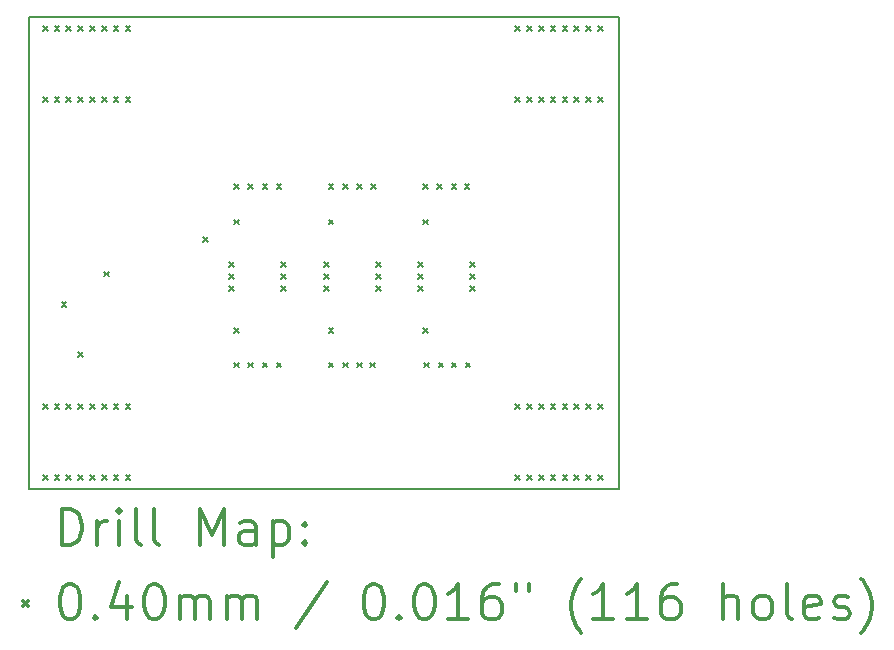
<source format=gbr>
%FSLAX45Y45*%
G04 Gerber Fmt 4.5, Leading zero omitted, Abs format (unit mm)*
G04 Created by KiCad (PCBNEW no-vcs-found) date Fri Oct  6 12:40:16 2017*
%MOMM*%
%LPD*%
G01*
G04 APERTURE LIST*
%ADD10C,0.150000*%
%ADD11C,0.200000*%
%ADD12C,0.300000*%
G04 APERTURE END LIST*
D10*
X15000000Y-14000000D02*
X15000000Y-10000000D01*
X10000000Y-14000000D02*
X15000000Y-14000000D01*
X10000000Y-10000000D02*
X10000000Y-14000000D01*
X10000000Y-10000000D02*
X15000000Y-10000000D01*
D11*
X10120000Y-10080000D02*
X10160000Y-10120000D01*
X10160000Y-10080000D02*
X10120000Y-10120000D01*
X10120000Y-10680000D02*
X10160000Y-10720000D01*
X10160000Y-10680000D02*
X10120000Y-10720000D01*
X10120000Y-13280000D02*
X10160000Y-13320000D01*
X10160000Y-13280000D02*
X10120000Y-13320000D01*
X10120000Y-13880000D02*
X10160000Y-13920000D01*
X10160000Y-13880000D02*
X10120000Y-13920000D01*
X10220000Y-10080000D02*
X10260000Y-10120000D01*
X10260000Y-10080000D02*
X10220000Y-10120000D01*
X10220000Y-10680000D02*
X10260000Y-10720000D01*
X10260000Y-10680000D02*
X10220000Y-10720000D01*
X10220000Y-13280000D02*
X10260000Y-13320000D01*
X10260000Y-13280000D02*
X10220000Y-13320000D01*
X10220000Y-13880000D02*
X10260000Y-13920000D01*
X10260000Y-13880000D02*
X10220000Y-13920000D01*
X10280000Y-12420000D02*
X10320000Y-12460000D01*
X10320000Y-12420000D02*
X10280000Y-12460000D01*
X10320000Y-10080000D02*
X10360000Y-10120000D01*
X10360000Y-10080000D02*
X10320000Y-10120000D01*
X10320000Y-10680000D02*
X10360000Y-10720000D01*
X10360000Y-10680000D02*
X10320000Y-10720000D01*
X10320000Y-13280000D02*
X10360000Y-13320000D01*
X10360000Y-13280000D02*
X10320000Y-13320000D01*
X10320000Y-13880000D02*
X10360000Y-13920000D01*
X10360000Y-13880000D02*
X10320000Y-13920000D01*
X10420000Y-10080000D02*
X10460000Y-10120000D01*
X10460000Y-10080000D02*
X10420000Y-10120000D01*
X10420000Y-10680000D02*
X10460000Y-10720000D01*
X10460000Y-10680000D02*
X10420000Y-10720000D01*
X10420000Y-12840000D02*
X10460000Y-12880000D01*
X10460000Y-12840000D02*
X10420000Y-12880000D01*
X10420000Y-13280000D02*
X10460000Y-13320000D01*
X10460000Y-13280000D02*
X10420000Y-13320000D01*
X10420000Y-13880000D02*
X10460000Y-13920000D01*
X10460000Y-13880000D02*
X10420000Y-13920000D01*
X10520000Y-10080000D02*
X10560000Y-10120000D01*
X10560000Y-10080000D02*
X10520000Y-10120000D01*
X10520000Y-10680000D02*
X10560000Y-10720000D01*
X10560000Y-10680000D02*
X10520000Y-10720000D01*
X10520000Y-13280000D02*
X10560000Y-13320000D01*
X10560000Y-13280000D02*
X10520000Y-13320000D01*
X10520000Y-13880000D02*
X10560000Y-13920000D01*
X10560000Y-13880000D02*
X10520000Y-13920000D01*
X10620000Y-10080000D02*
X10660000Y-10120000D01*
X10660000Y-10080000D02*
X10620000Y-10120000D01*
X10620000Y-10680000D02*
X10660000Y-10720000D01*
X10660000Y-10680000D02*
X10620000Y-10720000D01*
X10620000Y-13280000D02*
X10660000Y-13320000D01*
X10660000Y-13280000D02*
X10620000Y-13320000D01*
X10620000Y-13880000D02*
X10660000Y-13920000D01*
X10660000Y-13880000D02*
X10620000Y-13920000D01*
X10640000Y-12160000D02*
X10680000Y-12200000D01*
X10680000Y-12160000D02*
X10640000Y-12200000D01*
X10720000Y-10080000D02*
X10760000Y-10120000D01*
X10760000Y-10080000D02*
X10720000Y-10120000D01*
X10720000Y-10680000D02*
X10760000Y-10720000D01*
X10760000Y-10680000D02*
X10720000Y-10720000D01*
X10720000Y-13280000D02*
X10760000Y-13320000D01*
X10760000Y-13280000D02*
X10720000Y-13320000D01*
X10720000Y-13880000D02*
X10760000Y-13920000D01*
X10760000Y-13880000D02*
X10720000Y-13920000D01*
X10820000Y-10080000D02*
X10860000Y-10120000D01*
X10860000Y-10080000D02*
X10820000Y-10120000D01*
X10820000Y-10680000D02*
X10860000Y-10720000D01*
X10860000Y-10680000D02*
X10820000Y-10720000D01*
X10820000Y-13280000D02*
X10860000Y-13320000D01*
X10860000Y-13280000D02*
X10820000Y-13320000D01*
X10820000Y-13880000D02*
X10860000Y-13920000D01*
X10860000Y-13880000D02*
X10820000Y-13920000D01*
X11480000Y-11870000D02*
X11520000Y-11910000D01*
X11520000Y-11870000D02*
X11480000Y-11910000D01*
X11700000Y-12080000D02*
X11740000Y-12120000D01*
X11740000Y-12080000D02*
X11700000Y-12120000D01*
X11700000Y-12180000D02*
X11740000Y-12220000D01*
X11740000Y-12180000D02*
X11700000Y-12220000D01*
X11700000Y-12280000D02*
X11740000Y-12320000D01*
X11740000Y-12280000D02*
X11700000Y-12320000D01*
X11740000Y-11420000D02*
X11780000Y-11460000D01*
X11780000Y-11420000D02*
X11740000Y-11460000D01*
X11740000Y-11720000D02*
X11780000Y-11760000D01*
X11780000Y-11720000D02*
X11740000Y-11760000D01*
X11740000Y-12640000D02*
X11780000Y-12680000D01*
X11780000Y-12640000D02*
X11740000Y-12680000D01*
X11740000Y-12930000D02*
X11780000Y-12970000D01*
X11780000Y-12930000D02*
X11740000Y-12970000D01*
X11860000Y-11420000D02*
X11900000Y-11460000D01*
X11900000Y-11420000D02*
X11860000Y-11460000D01*
X11860000Y-12930000D02*
X11900000Y-12970000D01*
X11900000Y-12930000D02*
X11860000Y-12970000D01*
X11980000Y-11420000D02*
X12020000Y-11460000D01*
X12020000Y-11420000D02*
X11980000Y-11460000D01*
X11980000Y-12930000D02*
X12020000Y-12970000D01*
X12020000Y-12930000D02*
X11980000Y-12970000D01*
X12100000Y-11420000D02*
X12140000Y-11460000D01*
X12140000Y-11420000D02*
X12100000Y-11460000D01*
X12100000Y-12930000D02*
X12140000Y-12970000D01*
X12140000Y-12930000D02*
X12100000Y-12970000D01*
X12140000Y-12080000D02*
X12180000Y-12120000D01*
X12180000Y-12080000D02*
X12140000Y-12120000D01*
X12140000Y-12180000D02*
X12180000Y-12220000D01*
X12180000Y-12180000D02*
X12140000Y-12220000D01*
X12140000Y-12280000D02*
X12180000Y-12320000D01*
X12180000Y-12280000D02*
X12140000Y-12320000D01*
X12500000Y-12080000D02*
X12540000Y-12120000D01*
X12540000Y-12080000D02*
X12500000Y-12120000D01*
X12500000Y-12180000D02*
X12540000Y-12220000D01*
X12540000Y-12180000D02*
X12500000Y-12220000D01*
X12500000Y-12280000D02*
X12540000Y-12320000D01*
X12540000Y-12280000D02*
X12500000Y-12320000D01*
X12540000Y-11420000D02*
X12580000Y-11460000D01*
X12580000Y-11420000D02*
X12540000Y-11460000D01*
X12540000Y-11720000D02*
X12580000Y-11760000D01*
X12580000Y-11720000D02*
X12540000Y-11760000D01*
X12540000Y-12640000D02*
X12580000Y-12680000D01*
X12580000Y-12640000D02*
X12540000Y-12680000D01*
X12540000Y-12930000D02*
X12580000Y-12970000D01*
X12580000Y-12930000D02*
X12540000Y-12970000D01*
X12660000Y-11420000D02*
X12700000Y-11460000D01*
X12700000Y-11420000D02*
X12660000Y-11460000D01*
X12660000Y-12930000D02*
X12700000Y-12970000D01*
X12700000Y-12930000D02*
X12660000Y-12970000D01*
X12780000Y-11420000D02*
X12820000Y-11460000D01*
X12820000Y-11420000D02*
X12780000Y-11460000D01*
X12780000Y-12930000D02*
X12820000Y-12970000D01*
X12820000Y-12930000D02*
X12780000Y-12970000D01*
X12890000Y-12930000D02*
X12930000Y-12970000D01*
X12930000Y-12930000D02*
X12890000Y-12970000D01*
X12900000Y-11420000D02*
X12940000Y-11460000D01*
X12940000Y-11420000D02*
X12900000Y-11460000D01*
X12940000Y-12080000D02*
X12980000Y-12120000D01*
X12980000Y-12080000D02*
X12940000Y-12120000D01*
X12940000Y-12180000D02*
X12980000Y-12220000D01*
X12980000Y-12180000D02*
X12940000Y-12220000D01*
X12940000Y-12280000D02*
X12980000Y-12320000D01*
X12980000Y-12280000D02*
X12940000Y-12320000D01*
X13300000Y-12080000D02*
X13340000Y-12120000D01*
X13340000Y-12080000D02*
X13300000Y-12120000D01*
X13300000Y-12180000D02*
X13340000Y-12220000D01*
X13340000Y-12180000D02*
X13300000Y-12220000D01*
X13300000Y-12280000D02*
X13340000Y-12320000D01*
X13340000Y-12280000D02*
X13300000Y-12320000D01*
X13340000Y-11420000D02*
X13380000Y-11460000D01*
X13380000Y-11420000D02*
X13340000Y-11460000D01*
X13340000Y-11720000D02*
X13380000Y-11760000D01*
X13380000Y-11720000D02*
X13340000Y-11760000D01*
X13340000Y-12640000D02*
X13380000Y-12680000D01*
X13380000Y-12640000D02*
X13340000Y-12680000D01*
X13350000Y-12930000D02*
X13390000Y-12970000D01*
X13390000Y-12930000D02*
X13350000Y-12970000D01*
X13460000Y-11420000D02*
X13500000Y-11460000D01*
X13500000Y-11420000D02*
X13460000Y-11460000D01*
X13470000Y-12930000D02*
X13510000Y-12970000D01*
X13510000Y-12930000D02*
X13470000Y-12970000D01*
X13580000Y-11420000D02*
X13620000Y-11460000D01*
X13620000Y-11420000D02*
X13580000Y-11460000D01*
X13580000Y-12930000D02*
X13620000Y-12970000D01*
X13620000Y-12930000D02*
X13580000Y-12970000D01*
X13690000Y-11420000D02*
X13730000Y-11460000D01*
X13730000Y-11420000D02*
X13690000Y-11460000D01*
X13700000Y-12930000D02*
X13740000Y-12970000D01*
X13740000Y-12930000D02*
X13700000Y-12970000D01*
X13740000Y-12080000D02*
X13780000Y-12120000D01*
X13780000Y-12080000D02*
X13740000Y-12120000D01*
X13740000Y-12180000D02*
X13780000Y-12220000D01*
X13780000Y-12180000D02*
X13740000Y-12220000D01*
X13740000Y-12280000D02*
X13780000Y-12320000D01*
X13780000Y-12280000D02*
X13740000Y-12320000D01*
X14120000Y-10080000D02*
X14160000Y-10120000D01*
X14160000Y-10080000D02*
X14120000Y-10120000D01*
X14120000Y-10680000D02*
X14160000Y-10720000D01*
X14160000Y-10680000D02*
X14120000Y-10720000D01*
X14120000Y-13280000D02*
X14160000Y-13320000D01*
X14160000Y-13280000D02*
X14120000Y-13320000D01*
X14120000Y-13880000D02*
X14160000Y-13920000D01*
X14160000Y-13880000D02*
X14120000Y-13920000D01*
X14220000Y-10080000D02*
X14260000Y-10120000D01*
X14260000Y-10080000D02*
X14220000Y-10120000D01*
X14220000Y-10680000D02*
X14260000Y-10720000D01*
X14260000Y-10680000D02*
X14220000Y-10720000D01*
X14220000Y-13280000D02*
X14260000Y-13320000D01*
X14260000Y-13280000D02*
X14220000Y-13320000D01*
X14220000Y-13880000D02*
X14260000Y-13920000D01*
X14260000Y-13880000D02*
X14220000Y-13920000D01*
X14320000Y-10080000D02*
X14360000Y-10120000D01*
X14360000Y-10080000D02*
X14320000Y-10120000D01*
X14320000Y-10680000D02*
X14360000Y-10720000D01*
X14360000Y-10680000D02*
X14320000Y-10720000D01*
X14320000Y-13280000D02*
X14360000Y-13320000D01*
X14360000Y-13280000D02*
X14320000Y-13320000D01*
X14320000Y-13880000D02*
X14360000Y-13920000D01*
X14360000Y-13880000D02*
X14320000Y-13920000D01*
X14420000Y-10080000D02*
X14460000Y-10120000D01*
X14460000Y-10080000D02*
X14420000Y-10120000D01*
X14420000Y-10680000D02*
X14460000Y-10720000D01*
X14460000Y-10680000D02*
X14420000Y-10720000D01*
X14420000Y-13280000D02*
X14460000Y-13320000D01*
X14460000Y-13280000D02*
X14420000Y-13320000D01*
X14420000Y-13880000D02*
X14460000Y-13920000D01*
X14460000Y-13880000D02*
X14420000Y-13920000D01*
X14520000Y-10080000D02*
X14560000Y-10120000D01*
X14560000Y-10080000D02*
X14520000Y-10120000D01*
X14520000Y-10680000D02*
X14560000Y-10720000D01*
X14560000Y-10680000D02*
X14520000Y-10720000D01*
X14520000Y-13280000D02*
X14560000Y-13320000D01*
X14560000Y-13280000D02*
X14520000Y-13320000D01*
X14520000Y-13880000D02*
X14560000Y-13920000D01*
X14560000Y-13880000D02*
X14520000Y-13920000D01*
X14620000Y-10080000D02*
X14660000Y-10120000D01*
X14660000Y-10080000D02*
X14620000Y-10120000D01*
X14620000Y-10680000D02*
X14660000Y-10720000D01*
X14660000Y-10680000D02*
X14620000Y-10720000D01*
X14620000Y-13280000D02*
X14660000Y-13320000D01*
X14660000Y-13280000D02*
X14620000Y-13320000D01*
X14620000Y-13880000D02*
X14660000Y-13920000D01*
X14660000Y-13880000D02*
X14620000Y-13920000D01*
X14720000Y-10080000D02*
X14760000Y-10120000D01*
X14760000Y-10080000D02*
X14720000Y-10120000D01*
X14720000Y-10680000D02*
X14760000Y-10720000D01*
X14760000Y-10680000D02*
X14720000Y-10720000D01*
X14720000Y-13280000D02*
X14760000Y-13320000D01*
X14760000Y-13280000D02*
X14720000Y-13320000D01*
X14720000Y-13880000D02*
X14760000Y-13920000D01*
X14760000Y-13880000D02*
X14720000Y-13920000D01*
X14820000Y-10080000D02*
X14860000Y-10120000D01*
X14860000Y-10080000D02*
X14820000Y-10120000D01*
X14820000Y-10680000D02*
X14860000Y-10720000D01*
X14860000Y-10680000D02*
X14820000Y-10720000D01*
X14820000Y-13280000D02*
X14860000Y-13320000D01*
X14860000Y-13280000D02*
X14820000Y-13320000D01*
X14820000Y-13880000D02*
X14860000Y-13920000D01*
X14860000Y-13880000D02*
X14820000Y-13920000D01*
D12*
X10278928Y-14473214D02*
X10278928Y-14173214D01*
X10350357Y-14173214D01*
X10393214Y-14187500D01*
X10421786Y-14216071D01*
X10436071Y-14244643D01*
X10450357Y-14301786D01*
X10450357Y-14344643D01*
X10436071Y-14401786D01*
X10421786Y-14430357D01*
X10393214Y-14458929D01*
X10350357Y-14473214D01*
X10278928Y-14473214D01*
X10578928Y-14473214D02*
X10578928Y-14273214D01*
X10578928Y-14330357D02*
X10593214Y-14301786D01*
X10607500Y-14287500D01*
X10636071Y-14273214D01*
X10664643Y-14273214D01*
X10764643Y-14473214D02*
X10764643Y-14273214D01*
X10764643Y-14173214D02*
X10750357Y-14187500D01*
X10764643Y-14201786D01*
X10778928Y-14187500D01*
X10764643Y-14173214D01*
X10764643Y-14201786D01*
X10950357Y-14473214D02*
X10921786Y-14458929D01*
X10907500Y-14430357D01*
X10907500Y-14173214D01*
X11107500Y-14473214D02*
X11078928Y-14458929D01*
X11064643Y-14430357D01*
X11064643Y-14173214D01*
X11450357Y-14473214D02*
X11450357Y-14173214D01*
X11550357Y-14387500D01*
X11650357Y-14173214D01*
X11650357Y-14473214D01*
X11921786Y-14473214D02*
X11921786Y-14316071D01*
X11907500Y-14287500D01*
X11878928Y-14273214D01*
X11821786Y-14273214D01*
X11793214Y-14287500D01*
X11921786Y-14458929D02*
X11893214Y-14473214D01*
X11821786Y-14473214D01*
X11793214Y-14458929D01*
X11778928Y-14430357D01*
X11778928Y-14401786D01*
X11793214Y-14373214D01*
X11821786Y-14358929D01*
X11893214Y-14358929D01*
X11921786Y-14344643D01*
X12064643Y-14273214D02*
X12064643Y-14573214D01*
X12064643Y-14287500D02*
X12093214Y-14273214D01*
X12150357Y-14273214D01*
X12178928Y-14287500D01*
X12193214Y-14301786D01*
X12207500Y-14330357D01*
X12207500Y-14416071D01*
X12193214Y-14444643D01*
X12178928Y-14458929D01*
X12150357Y-14473214D01*
X12093214Y-14473214D01*
X12064643Y-14458929D01*
X12336071Y-14444643D02*
X12350357Y-14458929D01*
X12336071Y-14473214D01*
X12321786Y-14458929D01*
X12336071Y-14444643D01*
X12336071Y-14473214D01*
X12336071Y-14287500D02*
X12350357Y-14301786D01*
X12336071Y-14316071D01*
X12321786Y-14301786D01*
X12336071Y-14287500D01*
X12336071Y-14316071D01*
X9952500Y-14947500D02*
X9992500Y-14987500D01*
X9992500Y-14947500D02*
X9952500Y-14987500D01*
X10336071Y-14803214D02*
X10364643Y-14803214D01*
X10393214Y-14817500D01*
X10407500Y-14831786D01*
X10421786Y-14860357D01*
X10436071Y-14917500D01*
X10436071Y-14988929D01*
X10421786Y-15046071D01*
X10407500Y-15074643D01*
X10393214Y-15088929D01*
X10364643Y-15103214D01*
X10336071Y-15103214D01*
X10307500Y-15088929D01*
X10293214Y-15074643D01*
X10278928Y-15046071D01*
X10264643Y-14988929D01*
X10264643Y-14917500D01*
X10278928Y-14860357D01*
X10293214Y-14831786D01*
X10307500Y-14817500D01*
X10336071Y-14803214D01*
X10564643Y-15074643D02*
X10578928Y-15088929D01*
X10564643Y-15103214D01*
X10550357Y-15088929D01*
X10564643Y-15074643D01*
X10564643Y-15103214D01*
X10836071Y-14903214D02*
X10836071Y-15103214D01*
X10764643Y-14788929D02*
X10693214Y-15003214D01*
X10878928Y-15003214D01*
X11050357Y-14803214D02*
X11078928Y-14803214D01*
X11107500Y-14817500D01*
X11121786Y-14831786D01*
X11136071Y-14860357D01*
X11150357Y-14917500D01*
X11150357Y-14988929D01*
X11136071Y-15046071D01*
X11121786Y-15074643D01*
X11107500Y-15088929D01*
X11078928Y-15103214D01*
X11050357Y-15103214D01*
X11021786Y-15088929D01*
X11007500Y-15074643D01*
X10993214Y-15046071D01*
X10978928Y-14988929D01*
X10978928Y-14917500D01*
X10993214Y-14860357D01*
X11007500Y-14831786D01*
X11021786Y-14817500D01*
X11050357Y-14803214D01*
X11278928Y-15103214D02*
X11278928Y-14903214D01*
X11278928Y-14931786D02*
X11293214Y-14917500D01*
X11321786Y-14903214D01*
X11364643Y-14903214D01*
X11393214Y-14917500D01*
X11407500Y-14946071D01*
X11407500Y-15103214D01*
X11407500Y-14946071D02*
X11421786Y-14917500D01*
X11450357Y-14903214D01*
X11493214Y-14903214D01*
X11521786Y-14917500D01*
X11536071Y-14946071D01*
X11536071Y-15103214D01*
X11678928Y-15103214D02*
X11678928Y-14903214D01*
X11678928Y-14931786D02*
X11693214Y-14917500D01*
X11721786Y-14903214D01*
X11764643Y-14903214D01*
X11793214Y-14917500D01*
X11807500Y-14946071D01*
X11807500Y-15103214D01*
X11807500Y-14946071D02*
X11821786Y-14917500D01*
X11850357Y-14903214D01*
X11893214Y-14903214D01*
X11921786Y-14917500D01*
X11936071Y-14946071D01*
X11936071Y-15103214D01*
X12521786Y-14788929D02*
X12264643Y-15174643D01*
X12907500Y-14803214D02*
X12936071Y-14803214D01*
X12964643Y-14817500D01*
X12978928Y-14831786D01*
X12993214Y-14860357D01*
X13007500Y-14917500D01*
X13007500Y-14988929D01*
X12993214Y-15046071D01*
X12978928Y-15074643D01*
X12964643Y-15088929D01*
X12936071Y-15103214D01*
X12907500Y-15103214D01*
X12878928Y-15088929D01*
X12864643Y-15074643D01*
X12850357Y-15046071D01*
X12836071Y-14988929D01*
X12836071Y-14917500D01*
X12850357Y-14860357D01*
X12864643Y-14831786D01*
X12878928Y-14817500D01*
X12907500Y-14803214D01*
X13136071Y-15074643D02*
X13150357Y-15088929D01*
X13136071Y-15103214D01*
X13121786Y-15088929D01*
X13136071Y-15074643D01*
X13136071Y-15103214D01*
X13336071Y-14803214D02*
X13364643Y-14803214D01*
X13393214Y-14817500D01*
X13407500Y-14831786D01*
X13421786Y-14860357D01*
X13436071Y-14917500D01*
X13436071Y-14988929D01*
X13421786Y-15046071D01*
X13407500Y-15074643D01*
X13393214Y-15088929D01*
X13364643Y-15103214D01*
X13336071Y-15103214D01*
X13307500Y-15088929D01*
X13293214Y-15074643D01*
X13278928Y-15046071D01*
X13264643Y-14988929D01*
X13264643Y-14917500D01*
X13278928Y-14860357D01*
X13293214Y-14831786D01*
X13307500Y-14817500D01*
X13336071Y-14803214D01*
X13721786Y-15103214D02*
X13550357Y-15103214D01*
X13636071Y-15103214D02*
X13636071Y-14803214D01*
X13607500Y-14846071D01*
X13578928Y-14874643D01*
X13550357Y-14888929D01*
X13978928Y-14803214D02*
X13921786Y-14803214D01*
X13893214Y-14817500D01*
X13878928Y-14831786D01*
X13850357Y-14874643D01*
X13836071Y-14931786D01*
X13836071Y-15046071D01*
X13850357Y-15074643D01*
X13864643Y-15088929D01*
X13893214Y-15103214D01*
X13950357Y-15103214D01*
X13978928Y-15088929D01*
X13993214Y-15074643D01*
X14007500Y-15046071D01*
X14007500Y-14974643D01*
X13993214Y-14946071D01*
X13978928Y-14931786D01*
X13950357Y-14917500D01*
X13893214Y-14917500D01*
X13864643Y-14931786D01*
X13850357Y-14946071D01*
X13836071Y-14974643D01*
X14121786Y-14803214D02*
X14121786Y-14860357D01*
X14236071Y-14803214D02*
X14236071Y-14860357D01*
X14678928Y-15217500D02*
X14664643Y-15203214D01*
X14636071Y-15160357D01*
X14621786Y-15131786D01*
X14607500Y-15088929D01*
X14593214Y-15017500D01*
X14593214Y-14960357D01*
X14607500Y-14888929D01*
X14621786Y-14846071D01*
X14636071Y-14817500D01*
X14664643Y-14774643D01*
X14678928Y-14760357D01*
X14950357Y-15103214D02*
X14778928Y-15103214D01*
X14864643Y-15103214D02*
X14864643Y-14803214D01*
X14836071Y-14846071D01*
X14807500Y-14874643D01*
X14778928Y-14888929D01*
X15236071Y-15103214D02*
X15064643Y-15103214D01*
X15150357Y-15103214D02*
X15150357Y-14803214D01*
X15121786Y-14846071D01*
X15093214Y-14874643D01*
X15064643Y-14888929D01*
X15493214Y-14803214D02*
X15436071Y-14803214D01*
X15407500Y-14817500D01*
X15393214Y-14831786D01*
X15364643Y-14874643D01*
X15350357Y-14931786D01*
X15350357Y-15046071D01*
X15364643Y-15074643D01*
X15378928Y-15088929D01*
X15407500Y-15103214D01*
X15464643Y-15103214D01*
X15493214Y-15088929D01*
X15507500Y-15074643D01*
X15521786Y-15046071D01*
X15521786Y-14974643D01*
X15507500Y-14946071D01*
X15493214Y-14931786D01*
X15464643Y-14917500D01*
X15407500Y-14917500D01*
X15378928Y-14931786D01*
X15364643Y-14946071D01*
X15350357Y-14974643D01*
X15878928Y-15103214D02*
X15878928Y-14803214D01*
X16007500Y-15103214D02*
X16007500Y-14946071D01*
X15993214Y-14917500D01*
X15964643Y-14903214D01*
X15921786Y-14903214D01*
X15893214Y-14917500D01*
X15878928Y-14931786D01*
X16193214Y-15103214D02*
X16164643Y-15088929D01*
X16150357Y-15074643D01*
X16136071Y-15046071D01*
X16136071Y-14960357D01*
X16150357Y-14931786D01*
X16164643Y-14917500D01*
X16193214Y-14903214D01*
X16236071Y-14903214D01*
X16264643Y-14917500D01*
X16278928Y-14931786D01*
X16293214Y-14960357D01*
X16293214Y-15046071D01*
X16278928Y-15074643D01*
X16264643Y-15088929D01*
X16236071Y-15103214D01*
X16193214Y-15103214D01*
X16464643Y-15103214D02*
X16436071Y-15088929D01*
X16421786Y-15060357D01*
X16421786Y-14803214D01*
X16693214Y-15088929D02*
X16664643Y-15103214D01*
X16607500Y-15103214D01*
X16578928Y-15088929D01*
X16564643Y-15060357D01*
X16564643Y-14946071D01*
X16578928Y-14917500D01*
X16607500Y-14903214D01*
X16664643Y-14903214D01*
X16693214Y-14917500D01*
X16707500Y-14946071D01*
X16707500Y-14974643D01*
X16564643Y-15003214D01*
X16821786Y-15088929D02*
X16850357Y-15103214D01*
X16907500Y-15103214D01*
X16936071Y-15088929D01*
X16950357Y-15060357D01*
X16950357Y-15046071D01*
X16936071Y-15017500D01*
X16907500Y-15003214D01*
X16864643Y-15003214D01*
X16836071Y-14988929D01*
X16821786Y-14960357D01*
X16821786Y-14946071D01*
X16836071Y-14917500D01*
X16864643Y-14903214D01*
X16907500Y-14903214D01*
X16936071Y-14917500D01*
X17050357Y-15217500D02*
X17064643Y-15203214D01*
X17093214Y-15160357D01*
X17107500Y-15131786D01*
X17121786Y-15088929D01*
X17136071Y-15017500D01*
X17136071Y-14960357D01*
X17121786Y-14888929D01*
X17107500Y-14846071D01*
X17093214Y-14817500D01*
X17064643Y-14774643D01*
X17050357Y-14760357D01*
M02*

</source>
